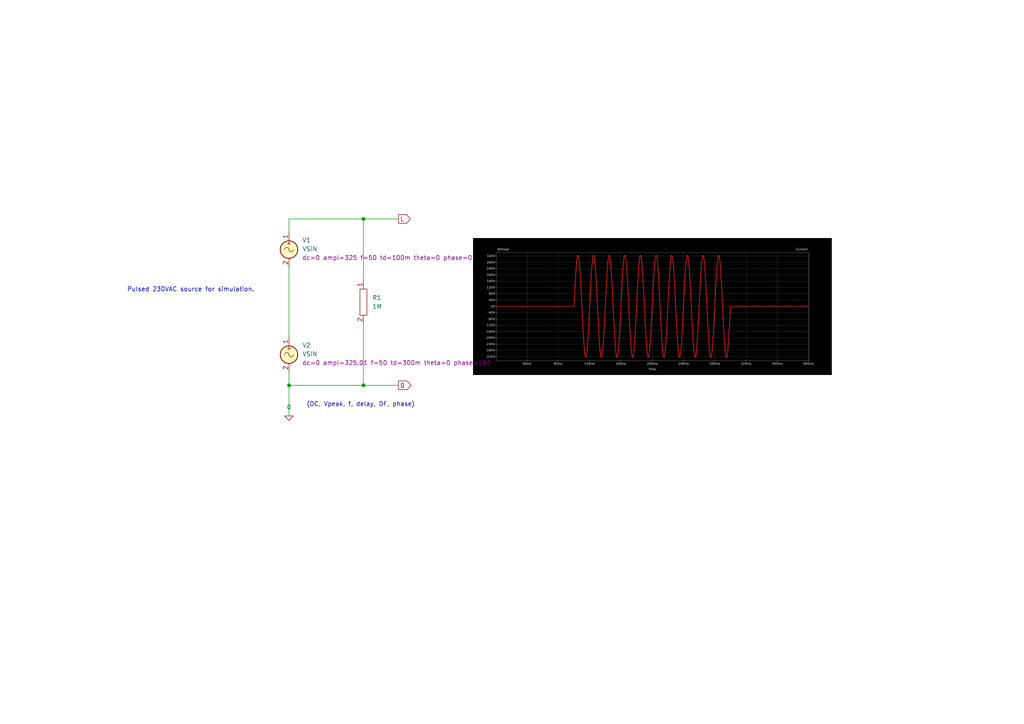
<source format=kicad_sch>
(kicad_sch (version 20211123) (generator eeschema)
  (paper "A4")
  (title_block (title "Scratchpad"))
  (lib_symbols
    (symbol "Simulation_SPICE:VSIN" (pin_names (offset 0.0254))
      (property "Reference" "V" (at 2.54 2.54 0))
      (property "Value" "VSIN" (at 2.54 0 0))
      (property "Spice_Model" "sin(0 1 1k)" (at 2.54 -2.54 0))
      (symbol "VSIN_0_0"
        (arc (start 0 0) (mid -0.635 0.635) (end -1.27 0))
        (arc (start 0 0) (mid 0.635 -0.635) (end 1.27 0))
        (text "+" (at 0 1.905 0) (effects (font (size 1.27 1.27))))
      )
      (symbol "VSIN_0_1"
        (circle (center 0 0) (radius 2.54) (stroke (width 0.254)) (fill (type background)))
      )
      (symbol "VSIN_1_1"
        (pin passive line (at 0 5.08 270) (length 2.54) (name "~") (number "1"))
        (pin passive line (at 0 -5.08 90) (length 2.54) (name "~") (number "2"))
      )
    )
    (symbol "VSIN_1" (pin_names (offset 0.0254))
      (property "Reference" "V" (at 2.54 2.54 0))
      (property "Value" "VSIN_1" (at 2.54 0 0))
      (property "Spice_Model" "sin(0 1 1k)" (at 2.54 -2.54 0))
      (symbol "VSIN_1_0_0"
        (arc (start 0 0) (mid -0.635 0.635) (end -1.27 0))
        (arc (start 0 0) (mid 0.635 -0.635) (end 1.27 0))
        (text "+" (at 0 1.905 0) (effects (font (size 1.27 1.27))))
      )
      (symbol "VSIN_1_0_1"
        (circle (center 0 0) (radius 2.54) (stroke (width 0.254)) (fill (type background)))
      )
      (symbol "VSIN_1_1_1"
        (pin passive line (at 0 5.08 270) (length 2.54) (name "~") (number "1"))
        (pin passive line (at 0 -5.08 90) (length 2.54) (name "~") (number "2"))
      )
    )
    (symbol "pspice:0" (power) (pin_names (offset 0))
      (property "Value" "0" (at 0 -1.778 0))
      (symbol "0_0_1"
        (polyline (pts (xy -1.27 0) (xy 0 -1.27) (xy 1.27 0) (xy -1.27 0)))
      )
      (symbol "0_1_1"
        (pin power_in line (at 0 0 0) (length 0) hide (name "0") (number "1"))
      )
    )
    (symbol "pspice:R" (pin_names (offset 0))
      (property "Reference" "R" (at 2.032 0 90))
      (property "Value" "R" (at 0 0 90))
      (symbol "R_0_1"
        (rectangle (start -1.016 3.81) (end 1.016 -3.81))
      )
      (symbol "R_1_1"
        (pin passive line (at 0 6.35 270) (length 2.54) (name "~") (number "1"))
        (pin passive line (at 0 -6.35 90) (length 2.54) (name "~") (number "2"))
      )
    )
  )
  (junction (at 105.41 63.5))
  (junction (at 105.41 111.76))
  (junction (at 83.82 111.76))
  (wire (pts (xy 105.41 111.76) (xy 115.57 111.76)))
  (wire (pts (xy 105.41 93.98) (xy 105.41 111.76)))
  (wire (pts (xy 83.82 111.76) (xy 83.82 120.65)))
  (wire (pts (xy 83.82 107.95) (xy 83.82 111.76)))
  (wire (pts (xy 83.82 67.31) (xy 83.82 63.5)))
  (wire (pts (xy 83.82 77.47) (xy 83.82 97.79)))
  (wire (pts (xy 105.41 63.5) (xy 115.57 63.5)))
  (wire (pts (xy 105.41 81.28) (xy 105.41 63.5)))
  (wire (pts (xy 105.41 111.76) (xy 83.82 111.76)))
  (wire (pts (xy 83.82 63.5) (xy 105.41 63.5)))
  (image (at 189.23 88.9))
  (text "Pulsed 230VAC source for simulation.\n\n\n" (at 36.83 88.9 0) (effects (font (size 1.27 1.27)) (justify left bottom)))
  (text "(DC, Vpeak, f, delay, DF, phase)\n" (at 88.9 118.11 0) (effects (font (size 1.27 1.27)) (justify left bottom)))
  (global_label "L" (shape output) (at 115.57 63.5 0) (property "Intersheet References" "${INTERSHEET_REFS}" (effects hide)))
  (global_label "0" (shape output) (at 115.57 111.76 0) (property "Intersheet References" "${INTERSHEET_REFS}" (effects hide)))
  (symbol (lib_id "pspice:R") (at 105.41 87.63 0) (unit 1)
    (property "Reference" "R1" (at 107.95 86.3599 0) (effects (justify left)))
    (property "Value" "1M" (at 107.95 88.8999 0) (effects (justify left)))
  )
  (symbol (lib_id "pspice:0") (at 83.82 120.65 0) (unit 1)
    (property "Reference" "#GND?" (effects hide))
    (property "Value" "0" (at 83.82 118.11 0))
  )
  (symbol (lib_id "Simulation_SPICE:VSIN") (at 83.82 102.87 0) (unit 1)
    (property "Reference" "V2" (at 87.63 100.1401 0) (effects (justify left)))
    (property "Value" "VSIN" (at 87.63 102.6801 0) (effects (justify left)))
    (property "Spice_Netlist_Enabled" "Y" (effects hide))
    (property "Spice_Primitive" "V" (effects hide))
    (property "Spice_Model" "sin(0 325.01 50 300m 0 180)" (at 87.63 105.2201 0) (effects (justify left)))
  )
  (symbol (lib_name "VSIN_1") (lib_id "Simulation_SPICE:VSIN") (at 83.82 72.39 0) (unit 1)
    (property "Reference" "V1" (at 87.63 69.6601 0) (effects (justify left)))
    (property "Value" "VSIN" (at 87.63 72.2001 0) (effects (justify left)))
    (property "Spice_Netlist_Enabled" "Y" (effects hide))
    (property "Spice_Primitive" "V" (effects hide))
    (property "Spice_Model" "sin(0 325 50 100m 0 0)" (at 87.63 74.7401 0) (effects (justify left)))
  )
)
</source>
